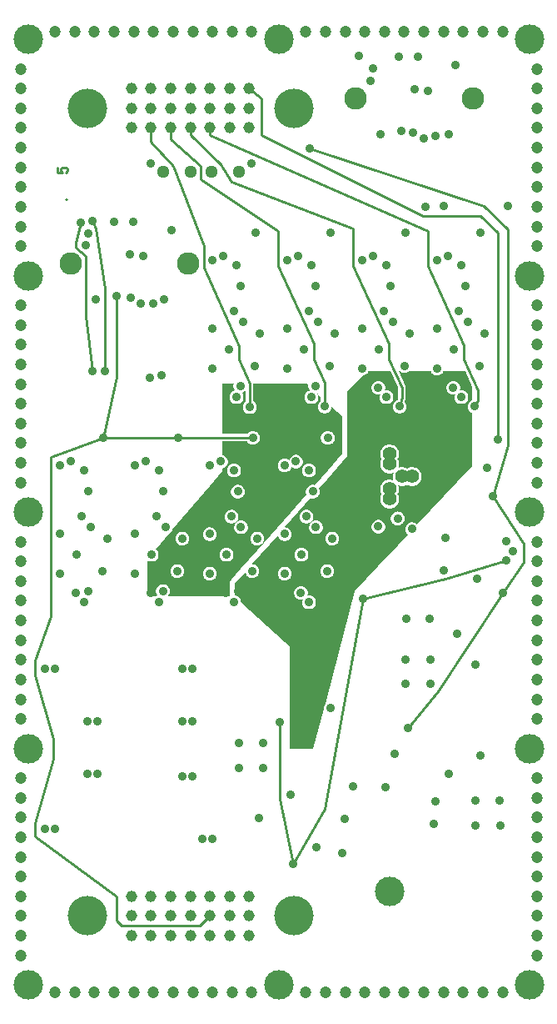
<source format=gbr>
G04 start of page 3 for group 1 idx 1 *
G04 Title: EPTPREAMPS, signal *
G04 Creator: pcb 1.99z *
G04 CreationDate: Fr 20 Jun 2014 11:29:12 GMT UTC *
G04 For: stephan *
G04 Format: Gerber/RS-274X *
G04 PCB-Dimensions (mil): 2952.76 4724.41 *
G04 PCB-Coordinate-Origin: lower left *
%MOIN*%
%FSLAX25Y25*%
%LNSIGNAL*%
%ADD58C,0.0700*%
%ADD57C,0.0236*%
%ADD56C,0.0256*%
%ADD55C,0.0252*%
%ADD54C,0.0240*%
%ADD53C,0.0866*%
%ADD52C,0.0157*%
%ADD51C,0.0512*%
%ADD50C,0.0550*%
%ADD49C,0.0354*%
%ADD48C,0.0553*%
%ADD47C,0.0900*%
%ADD46C,0.1181*%
%ADD45C,0.0472*%
%ADD44C,0.1575*%
%ADD43C,0.0453*%
%ADD42C,0.0098*%
%ADD41C,0.0100*%
%ADD40C,0.0098*%
%ADD39C,0.0001*%
G54D39*G36*
X219121Y292441D02*X222247D01*
X225000Y286309D01*
Y281010D01*
X224745Y280904D01*
X224375Y280677D01*
X224045Y280396D01*
X223764Y280066D01*
X223537Y279696D01*
X223371Y279295D01*
X223270Y278873D01*
X223236Y278441D01*
X223270Y278008D01*
X223371Y277587D01*
X223537Y277186D01*
X223764Y276816D01*
X224045Y276486D01*
X224375Y276204D01*
X224745Y275978D01*
X225000Y275872D01*
Y254441D01*
X219121Y248186D01*
Y279958D01*
X219125Y279954D01*
X219495Y279728D01*
X219896Y279562D01*
X220318Y279461D01*
X220750Y279427D01*
X221182Y279461D01*
X221604Y279562D01*
X222005Y279728D01*
X222375Y279954D01*
X222705Y280236D01*
X222986Y280566D01*
X223213Y280936D01*
X223379Y281337D01*
X223480Y281758D01*
X223506Y282191D01*
X223480Y282623D01*
X223379Y283045D01*
X223213Y283446D01*
X222986Y283816D01*
X222705Y284146D01*
X222375Y284427D01*
X222005Y284654D01*
X221604Y284820D01*
X221182Y284921D01*
X220750Y284955D01*
X220318Y284921D01*
X220032Y284853D01*
X220129Y285087D01*
X220230Y285508D01*
X220256Y285941D01*
X220230Y286373D01*
X220129Y286795D01*
X219963Y287196D01*
X219736Y287566D01*
X219455Y287896D01*
X219125Y288177D01*
X219121Y288180D01*
Y292441D01*
G37*
G36*
X195246Y275788D02*X195568Y275711D01*
X196000Y275677D01*
X196432Y275711D01*
X196854Y275812D01*
X197255Y275978D01*
X197625Y276204D01*
X197955Y276486D01*
X198236Y276816D01*
X198463Y277186D01*
X198629Y277587D01*
X198730Y278008D01*
X198756Y278441D01*
X198730Y278873D01*
X198629Y279295D01*
X198463Y279696D01*
X198236Y280066D01*
X198039Y280297D01*
X198416Y281711D01*
X198423Y281728D01*
X198478Y281957D01*
X198481Y281997D01*
X198489Y282036D01*
X198495Y282271D01*
X198492Y282290D01*
Y285857D01*
X198496Y285889D01*
X198486Y286124D01*
X198480Y286153D01*
X198478Y286175D01*
X198457Y286264D01*
X198439Y286354D01*
X198430Y286375D01*
X198423Y286403D01*
X198334Y286620D01*
X198316Y286648D01*
X195613Y292441D01*
X196397D01*
X196745Y292228D01*
X197146Y292062D01*
X197568Y291961D01*
X198000Y291927D01*
X198432Y291961D01*
X198854Y292062D01*
X199255Y292228D01*
X199603Y292441D01*
X208535D01*
X208537Y292436D01*
X208764Y292066D01*
X209045Y291736D01*
X209375Y291454D01*
X209745Y291228D01*
X210146Y291062D01*
X210568Y290961D01*
X211000Y290927D01*
X211432Y290961D01*
X211854Y291062D01*
X212255Y291228D01*
X212625Y291454D01*
X212955Y291736D01*
X213236Y292066D01*
X213463Y292436D01*
X213465Y292441D01*
X219121D01*
Y288180D01*
X218755Y288404D01*
X218354Y288570D01*
X217932Y288671D01*
X217500Y288705D01*
X217068Y288671D01*
X216646Y288570D01*
X216245Y288404D01*
X215875Y288177D01*
X215545Y287896D01*
X215264Y287566D01*
X215037Y287196D01*
X214871Y286795D01*
X214770Y286373D01*
X214736Y285941D01*
X214770Y285508D01*
X214871Y285087D01*
X215037Y284686D01*
X215264Y284316D01*
X215545Y283986D01*
X215875Y283704D01*
X216245Y283478D01*
X216646Y283312D01*
X217068Y283211D01*
X217500Y283177D01*
X217932Y283211D01*
X218218Y283279D01*
X218121Y283045D01*
X218020Y282623D01*
X217986Y282191D01*
X218020Y281758D01*
X218121Y281337D01*
X218287Y280936D01*
X218514Y280566D01*
X218795Y280236D01*
X219121Y279958D01*
Y248186D01*
X203137Y231182D01*
X202955Y231396D01*
X202625Y231677D01*
X202255Y231904D01*
X201854Y232070D01*
X201432Y232171D01*
X201000Y232205D01*
X200568Y232171D01*
X200146Y232070D01*
X199745Y231904D01*
X199375Y231677D01*
X199045Y231396D01*
X198764Y231066D01*
X198537Y230696D01*
X198371Y230295D01*
X198270Y229873D01*
X198236Y229441D01*
X198270Y229008D01*
X198371Y228587D01*
X198537Y228186D01*
X198764Y227816D01*
X199045Y227486D01*
X199375Y227204D01*
X199389Y227196D01*
X195246Y222787D01*
Y230927D01*
X195250Y230927D01*
X195682Y230961D01*
X196104Y231062D01*
X196505Y231228D01*
X196875Y231454D01*
X197205Y231736D01*
X197486Y232066D01*
X197713Y232436D01*
X197879Y232837D01*
X197980Y233258D01*
X198006Y233691D01*
X197980Y234123D01*
X197879Y234545D01*
X197713Y234946D01*
X197486Y235316D01*
X197205Y235646D01*
X196875Y235927D01*
X196505Y236154D01*
X196104Y236320D01*
X195682Y236421D01*
X195250Y236455D01*
X195246Y236455D01*
Y239561D01*
X195352Y239733D01*
X195577Y240279D01*
X195715Y240853D01*
X195750Y241441D01*
X195715Y242029D01*
X195577Y242603D01*
X195352Y243149D01*
X195246Y243321D01*
Y243564D01*
X195350Y243734D01*
X195576Y244279D01*
X195713Y244853D01*
X195748Y245441D01*
X195713Y246029D01*
X195576Y246603D01*
X195390Y247051D01*
X195838Y246865D01*
X196412Y246728D01*
X197000Y246681D01*
X197588Y246728D01*
X198162Y246865D01*
X198707Y247091D01*
X198998Y247270D01*
X199292Y247089D01*
X199838Y246863D01*
X200412Y246726D01*
X201000Y246679D01*
X201588Y246726D01*
X202162Y246863D01*
X202708Y247089D01*
X203211Y247398D01*
X203660Y247781D01*
X204043Y248230D01*
X204352Y248733D01*
X204577Y249279D01*
X204715Y249853D01*
X204750Y250441D01*
X204715Y251029D01*
X204577Y251603D01*
X204352Y252149D01*
X204043Y252652D01*
X203660Y253101D01*
X203211Y253484D01*
X202708Y253793D01*
X202162Y254018D01*
X201588Y254156D01*
X201000Y254203D01*
X200412Y254156D01*
X199838Y254018D01*
X199292Y253793D01*
X198998Y253612D01*
X198707Y253791D01*
X198162Y254017D01*
X197588Y254154D01*
X197000Y254201D01*
X196412Y254154D01*
X195838Y254017D01*
X195390Y253831D01*
X195576Y254279D01*
X195713Y254853D01*
X195748Y255441D01*
X195713Y256029D01*
X195576Y256603D01*
X195350Y257148D01*
X195246Y257318D01*
Y257561D01*
X195352Y257733D01*
X195577Y258279D01*
X195715Y258853D01*
X195750Y259441D01*
X195715Y260029D01*
X195577Y260603D01*
X195352Y261149D01*
X195246Y261321D01*
Y275788D01*
G37*
G36*
Y286172D02*X195508Y285610D01*
Y282386D01*
X195246Y281404D01*
Y286172D01*
G37*
G36*
Y257318D02*X195171Y257439D01*
X195246Y257561D01*
Y257318D01*
G37*
G36*
Y243321D02*X195171Y243443D01*
X195246Y243564D01*
Y243321D01*
G37*
G36*
X187496Y292441D02*X192320D01*
X195246Y286172D01*
Y281404D01*
X195158Y281073D01*
X195146Y281070D01*
X194745Y280904D01*
X194375Y280677D01*
X194045Y280396D01*
X193764Y280066D01*
X193537Y279696D01*
X193371Y279295D01*
X193270Y278873D01*
X193236Y278441D01*
X193270Y278008D01*
X193371Y277587D01*
X193537Y277186D01*
X193764Y276816D01*
X194045Y276486D01*
X194375Y276204D01*
X194745Y275978D01*
X195146Y275812D01*
X195246Y275788D01*
Y261321D01*
X195043Y261652D01*
X194660Y262101D01*
X194211Y262484D01*
X193708Y262793D01*
X193162Y263018D01*
X192588Y263156D01*
X192000Y263203D01*
X191412Y263156D01*
X190838Y263018D01*
X190292Y262793D01*
X189789Y262484D01*
X189340Y262101D01*
X188957Y261652D01*
X188648Y261149D01*
X188423Y260603D01*
X188285Y260029D01*
X188238Y259441D01*
X188285Y258853D01*
X188423Y258279D01*
X188648Y257733D01*
X188829Y257439D01*
X188650Y257148D01*
X188424Y256603D01*
X188287Y256029D01*
X188240Y255441D01*
X188287Y254853D01*
X188424Y254279D01*
X188650Y253734D01*
X188958Y253231D01*
X189342Y252783D01*
X189790Y252399D01*
X190293Y252091D01*
X190838Y251865D01*
X191412Y251728D01*
X192000Y251681D01*
X192588Y251728D01*
X193162Y251865D01*
X193610Y252051D01*
X193424Y251603D01*
X193287Y251029D01*
X193240Y250441D01*
X193287Y249853D01*
X193424Y249279D01*
X193610Y248831D01*
X193162Y249017D01*
X192588Y249154D01*
X192000Y249201D01*
X191412Y249154D01*
X190838Y249017D01*
X190293Y248791D01*
X189790Y248483D01*
X189342Y248099D01*
X188958Y247651D01*
X188650Y247148D01*
X188424Y246603D01*
X188287Y246029D01*
X188240Y245441D01*
X188287Y244853D01*
X188424Y244279D01*
X188650Y243734D01*
X188829Y243443D01*
X188648Y243149D01*
X188423Y242603D01*
X188285Y242029D01*
X188238Y241441D01*
X188285Y240853D01*
X188423Y240279D01*
X188648Y239733D01*
X188957Y239230D01*
X189340Y238781D01*
X189789Y238398D01*
X190292Y238089D01*
X190838Y237863D01*
X191412Y237726D01*
X192000Y237679D01*
X192588Y237726D01*
X193162Y237863D01*
X193708Y238089D01*
X194211Y238398D01*
X194660Y238781D01*
X195043Y239230D01*
X195246Y239561D01*
Y236455D01*
X194818Y236421D01*
X194396Y236320D01*
X193995Y236154D01*
X193625Y235927D01*
X193295Y235646D01*
X193014Y235316D01*
X192787Y234946D01*
X192621Y234545D01*
X192520Y234123D01*
X192486Y233691D01*
X192520Y233258D01*
X192621Y232837D01*
X192787Y232436D01*
X193014Y232066D01*
X193295Y231736D01*
X193625Y231454D01*
X193995Y231228D01*
X194396Y231062D01*
X194818Y230961D01*
X195246Y230927D01*
Y222787D01*
X187496Y214543D01*
Y227677D01*
X187500Y227677D01*
X187932Y227711D01*
X188354Y227812D01*
X188755Y227978D01*
X189125Y228204D01*
X189455Y228486D01*
X189736Y228816D01*
X189963Y229186D01*
X190129Y229587D01*
X190230Y230008D01*
X190256Y230441D01*
X190230Y230873D01*
X190129Y231295D01*
X189963Y231696D01*
X189736Y232066D01*
X189455Y232396D01*
X189125Y232677D01*
X188755Y232904D01*
X188354Y233070D01*
X187932Y233171D01*
X187500Y233205D01*
X187496Y233205D01*
Y283177D01*
X187500Y283177D01*
X187932Y283211D01*
X188218Y283279D01*
X188121Y283045D01*
X188020Y282623D01*
X187986Y282191D01*
X188020Y281758D01*
X188121Y281337D01*
X188287Y280936D01*
X188514Y280566D01*
X188795Y280236D01*
X189125Y279954D01*
X189495Y279728D01*
X189896Y279562D01*
X190318Y279461D01*
X190750Y279427D01*
X191182Y279461D01*
X191604Y279562D01*
X192005Y279728D01*
X192375Y279954D01*
X192705Y280236D01*
X192986Y280566D01*
X193213Y280936D01*
X193379Y281337D01*
X193480Y281758D01*
X193506Y282191D01*
X193480Y282623D01*
X193379Y283045D01*
X193213Y283446D01*
X192986Y283816D01*
X192705Y284146D01*
X192375Y284427D01*
X192005Y284654D01*
X191604Y284820D01*
X191182Y284921D01*
X190750Y284955D01*
X190318Y284921D01*
X190032Y284853D01*
X190129Y285087D01*
X190230Y285508D01*
X190256Y285941D01*
X190230Y286373D01*
X190129Y286795D01*
X189963Y287196D01*
X189736Y287566D01*
X189455Y287896D01*
X189125Y288177D01*
X188755Y288404D01*
X188354Y288570D01*
X187932Y288671D01*
X187500Y288705D01*
X187496Y288705D01*
Y292441D01*
G37*
G36*
X166996Y249369D02*X175000Y258441D01*
Y284441D01*
X181547Y290988D01*
X181854Y291062D01*
X182255Y291228D01*
X182625Y291454D01*
X182955Y291736D01*
X183236Y292066D01*
X183463Y292436D01*
X183465Y292441D01*
X187496D01*
Y288705D01*
X187068Y288671D01*
X186646Y288570D01*
X186245Y288404D01*
X185875Y288177D01*
X185545Y287896D01*
X185264Y287566D01*
X185037Y287196D01*
X184871Y286795D01*
X184770Y286373D01*
X184736Y285941D01*
X184770Y285508D01*
X184871Y285087D01*
X185037Y284686D01*
X185264Y284316D01*
X185545Y283986D01*
X185875Y283704D01*
X186245Y283478D01*
X186646Y283312D01*
X187068Y283211D01*
X187496Y283177D01*
Y233205D01*
X187068Y233171D01*
X186646Y233070D01*
X186245Y232904D01*
X185875Y232677D01*
X185545Y232396D01*
X185264Y232066D01*
X185037Y231696D01*
X184871Y231295D01*
X184770Y230873D01*
X184736Y230441D01*
X184770Y230008D01*
X184871Y229587D01*
X185037Y229186D01*
X185264Y228816D01*
X185545Y228486D01*
X185875Y228204D01*
X186245Y227978D01*
X186646Y227812D01*
X187068Y227711D01*
X187496Y227677D01*
Y214543D01*
X178000Y204441D01*
X166996Y162425D01*
Y209927D01*
X167000Y209927D01*
X167432Y209961D01*
X167854Y210062D01*
X168255Y210228D01*
X168625Y210454D01*
X168955Y210736D01*
X169236Y211066D01*
X169463Y211436D01*
X169629Y211837D01*
X169730Y212258D01*
X169756Y212691D01*
X169730Y213123D01*
X169629Y213545D01*
X169463Y213946D01*
X169236Y214316D01*
X168955Y214646D01*
X168625Y214927D01*
X168255Y215154D01*
X167854Y215320D01*
X167432Y215421D01*
X167000Y215455D01*
X166996Y215455D01*
Y223794D01*
X167045Y223736D01*
X167375Y223454D01*
X167745Y223228D01*
X168146Y223062D01*
X168568Y222961D01*
X169000Y222927D01*
X169432Y222961D01*
X169854Y223062D01*
X170255Y223228D01*
X170625Y223454D01*
X170955Y223736D01*
X171236Y224066D01*
X171463Y224436D01*
X171629Y224837D01*
X171730Y225258D01*
X171756Y225691D01*
X171730Y226123D01*
X171629Y226545D01*
X171463Y226946D01*
X171236Y227316D01*
X170955Y227646D01*
X170625Y227927D01*
X170255Y228154D01*
X169854Y228320D01*
X169432Y228421D01*
X169000Y228455D01*
X168568Y228421D01*
X168146Y228320D01*
X167745Y228154D01*
X167375Y227927D01*
X167045Y227646D01*
X166996Y227588D01*
Y249369D01*
G37*
G36*
X162496Y241974D02*X162505Y241978D01*
X162875Y242204D01*
X163205Y242486D01*
X163486Y242816D01*
X163713Y243186D01*
X163879Y243587D01*
X163980Y244008D01*
X164006Y244441D01*
X163980Y244873D01*
X163879Y245295D01*
X163726Y245664D01*
X166996Y249369D01*
Y227588D01*
X166764Y227316D01*
X166537Y226946D01*
X166371Y226545D01*
X166270Y226123D01*
X166236Y225691D01*
X166270Y225258D01*
X166371Y224837D01*
X166537Y224436D01*
X166764Y224066D01*
X166996Y223794D01*
Y215455D01*
X166568Y215421D01*
X166146Y215320D01*
X165745Y215154D01*
X165375Y214927D01*
X165045Y214646D01*
X164764Y214316D01*
X164537Y213946D01*
X164371Y213545D01*
X164270Y213123D01*
X164236Y212691D01*
X164270Y212258D01*
X164371Y211837D01*
X164537Y211436D01*
X164764Y211066D01*
X165045Y210736D01*
X165375Y210454D01*
X165745Y210228D01*
X166146Y210062D01*
X166568Y209961D01*
X166996Y209927D01*
Y162425D01*
X166235Y159519D01*
X166037Y159196D01*
X165871Y158795D01*
X165770Y158373D01*
X165736Y157941D01*
X165755Y157689D01*
X162496Y145243D01*
Y200019D01*
X162506Y200191D01*
X162496Y200363D01*
Y227427D01*
X162500Y227427D01*
X162932Y227461D01*
X163354Y227562D01*
X163755Y227728D01*
X164125Y227954D01*
X164455Y228236D01*
X164736Y228566D01*
X164963Y228936D01*
X165129Y229337D01*
X165230Y229758D01*
X165256Y230191D01*
X165230Y230623D01*
X165129Y231045D01*
X164963Y231446D01*
X164736Y231816D01*
X164455Y232146D01*
X164125Y232427D01*
X163755Y232654D01*
X163354Y232820D01*
X162932Y232921D01*
X162500Y232955D01*
X162496Y232955D01*
Y241974D01*
G37*
G36*
Y145243D02*X161500Y141441D01*
X158121D01*
Y197958D01*
X158125Y197954D01*
X158495Y197728D01*
X158896Y197562D01*
X159318Y197461D01*
X159750Y197427D01*
X160182Y197461D01*
X160604Y197562D01*
X161005Y197728D01*
X161375Y197954D01*
X161705Y198236D01*
X161986Y198566D01*
X162213Y198936D01*
X162379Y199337D01*
X162480Y199758D01*
X162496Y200019D01*
Y145243D01*
G37*
G36*
X158121Y239311D02*X160346Y241833D01*
X160396Y241812D01*
X160818Y241711D01*
X161250Y241677D01*
X161682Y241711D01*
X162104Y241812D01*
X162496Y241974D01*
Y232955D01*
X162068Y232921D01*
X161646Y232820D01*
X161245Y232654D01*
X160875Y232427D01*
X160545Y232146D01*
X160264Y231816D01*
X160037Y231446D01*
X159871Y231045D01*
X159770Y230623D01*
X159736Y230191D01*
X159770Y229758D01*
X159871Y229337D01*
X160037Y228936D01*
X160264Y228566D01*
X160545Y228236D01*
X160875Y227954D01*
X161245Y227728D01*
X161646Y227562D01*
X162068Y227461D01*
X162496Y227427D01*
Y200363D01*
X162480Y200623D01*
X162379Y201045D01*
X162213Y201446D01*
X161986Y201816D01*
X161705Y202146D01*
X161375Y202427D01*
X161005Y202654D01*
X160604Y202820D01*
X160182Y202921D01*
X159750Y202955D01*
X159318Y202921D01*
X159032Y202853D01*
X159129Y203087D01*
X159230Y203508D01*
X159256Y203941D01*
X159230Y204373D01*
X159129Y204795D01*
X158963Y205196D01*
X158736Y205566D01*
X158455Y205896D01*
X158125Y206177D01*
X158121Y206180D01*
Y216799D01*
X158375Y216954D01*
X158705Y217236D01*
X158986Y217566D01*
X159213Y217936D01*
X159379Y218337D01*
X159480Y218758D01*
X159506Y219191D01*
X159480Y219623D01*
X159379Y220045D01*
X159213Y220446D01*
X158986Y220816D01*
X158705Y221146D01*
X158375Y221427D01*
X158121Y221583D01*
Y231758D01*
X158318Y231711D01*
X158750Y231677D01*
X159182Y231711D01*
X159604Y231812D01*
X160005Y231978D01*
X160375Y232204D01*
X160705Y232486D01*
X160986Y232816D01*
X161213Y233186D01*
X161379Y233587D01*
X161480Y234008D01*
X161506Y234441D01*
X161480Y234873D01*
X161379Y235295D01*
X161213Y235696D01*
X160986Y236066D01*
X160705Y236396D01*
X160375Y236677D01*
X160005Y236904D01*
X159604Y237070D01*
X159182Y237171D01*
X158750Y237205D01*
X158318Y237171D01*
X158121Y237124D01*
Y239311D01*
G37*
G36*
X152000Y141441D02*Y182441D01*
X149996Y184263D01*
Y208927D01*
X150000Y208927D01*
X150432Y208961D01*
X150854Y209062D01*
X151255Y209228D01*
X151625Y209454D01*
X151955Y209736D01*
X152236Y210066D01*
X152463Y210436D01*
X152629Y210837D01*
X152730Y211258D01*
X152756Y211691D01*
X152730Y212123D01*
X152629Y212545D01*
X152463Y212946D01*
X152236Y213316D01*
X151955Y213646D01*
X151625Y213927D01*
X151255Y214154D01*
X150854Y214320D01*
X150432Y214421D01*
X150000Y214455D01*
X149996Y214455D01*
Y224677D01*
X150000Y224677D01*
X150432Y224711D01*
X150854Y224812D01*
X151255Y224978D01*
X151625Y225204D01*
X151955Y225486D01*
X152236Y225816D01*
X152463Y226186D01*
X152629Y226587D01*
X152730Y227008D01*
X152756Y227441D01*
X152730Y227873D01*
X152629Y228295D01*
X152463Y228696D01*
X152236Y229066D01*
X151955Y229396D01*
X151625Y229677D01*
X151255Y229904D01*
X150854Y230070D01*
X150432Y230171D01*
X150081Y230199D01*
X158121Y239311D01*
Y237124D01*
X157896Y237070D01*
X157495Y236904D01*
X157125Y236677D01*
X156795Y236396D01*
X156514Y236066D01*
X156287Y235696D01*
X156121Y235295D01*
X156020Y234873D01*
X155986Y234441D01*
X156020Y234008D01*
X156121Y233587D01*
X156287Y233186D01*
X156514Y232816D01*
X156795Y232486D01*
X157125Y232204D01*
X157495Y231978D01*
X157896Y231812D01*
X158121Y231758D01*
Y221583D01*
X158005Y221654D01*
X157604Y221820D01*
X157182Y221921D01*
X156750Y221955D01*
X156318Y221921D01*
X155896Y221820D01*
X155495Y221654D01*
X155125Y221427D01*
X154795Y221146D01*
X154514Y220816D01*
X154287Y220446D01*
X154121Y220045D01*
X154020Y219623D01*
X153986Y219191D01*
X154020Y218758D01*
X154121Y218337D01*
X154287Y217936D01*
X154514Y217566D01*
X154795Y217236D01*
X155125Y216954D01*
X155495Y216728D01*
X155896Y216562D01*
X156318Y216461D01*
X156750Y216427D01*
X157182Y216461D01*
X157604Y216562D01*
X158005Y216728D01*
X158121Y216799D01*
Y206180D01*
X157755Y206404D01*
X157354Y206570D01*
X156932Y206671D01*
X156500Y206705D01*
X156068Y206671D01*
X155646Y206570D01*
X155245Y206404D01*
X154875Y206177D01*
X154545Y205896D01*
X154264Y205566D01*
X154037Y205196D01*
X153871Y204795D01*
X153770Y204373D01*
X153736Y203941D01*
X153770Y203508D01*
X153871Y203087D01*
X154037Y202686D01*
X154264Y202316D01*
X154545Y201986D01*
X154875Y201704D01*
X155245Y201478D01*
X155646Y201312D01*
X156068Y201211D01*
X156500Y201177D01*
X156932Y201211D01*
X157218Y201279D01*
X157121Y201045D01*
X157020Y200623D01*
X156986Y200191D01*
X157020Y199758D01*
X157121Y199337D01*
X157287Y198936D01*
X157514Y198566D01*
X157795Y198236D01*
X158121Y197958D01*
Y141441D01*
X152000D01*
G37*
G36*
X149996Y184263D02*X132504Y200164D01*
X132506Y200191D01*
X132480Y200623D01*
X132379Y201045D01*
X132213Y201446D01*
X131986Y201816D01*
X131705Y202146D01*
X131375Y202427D01*
X131005Y202654D01*
X130604Y202820D01*
X130182Y202921D01*
X130000Y202936D01*
Y207441D01*
X134268Y212278D01*
X134270Y212258D01*
X134371Y211837D01*
X134537Y211436D01*
X134764Y211066D01*
X135045Y210736D01*
X135375Y210454D01*
X135745Y210228D01*
X136146Y210062D01*
X136568Y209961D01*
X137000Y209927D01*
X137432Y209961D01*
X137854Y210062D01*
X138255Y210228D01*
X138625Y210454D01*
X138955Y210736D01*
X139236Y211066D01*
X139463Y211436D01*
X139629Y211837D01*
X139730Y212258D01*
X139756Y212691D01*
X139730Y213123D01*
X139629Y213545D01*
X139463Y213946D01*
X139236Y214316D01*
X138955Y214646D01*
X138625Y214927D01*
X138255Y215154D01*
X137854Y215320D01*
X137432Y215421D01*
X137067Y215450D01*
X147269Y227013D01*
X147270Y227008D01*
X147371Y226587D01*
X147537Y226186D01*
X147764Y225816D01*
X148045Y225486D01*
X148375Y225204D01*
X148745Y224978D01*
X149146Y224812D01*
X149568Y224711D01*
X149996Y224677D01*
Y214455D01*
X149568Y214421D01*
X149146Y214320D01*
X148745Y214154D01*
X148375Y213927D01*
X148045Y213646D01*
X147764Y213316D01*
X147537Y212946D01*
X147371Y212545D01*
X147270Y212123D01*
X147236Y211691D01*
X147270Y211258D01*
X147371Y210837D01*
X147537Y210436D01*
X147764Y210066D01*
X148045Y209736D01*
X148375Y209454D01*
X148745Y209228D01*
X149146Y209062D01*
X149568Y208961D01*
X149996Y208927D01*
Y184263D01*
G37*
G36*
X167246Y275974D02*X167255Y275978D01*
X167625Y276204D01*
X167955Y276486D01*
X168236Y276816D01*
X168463Y277186D01*
X168629Y277587D01*
X168730Y278008D01*
X168753Y278385D01*
X173000Y274441D01*
Y259441D01*
X167246Y252919D01*
Y263177D01*
X167250Y263177D01*
X167682Y263211D01*
X168104Y263312D01*
X168505Y263478D01*
X168875Y263704D01*
X169205Y263986D01*
X169486Y264316D01*
X169713Y264686D01*
X169879Y265087D01*
X169980Y265508D01*
X170006Y265941D01*
X169980Y266373D01*
X169879Y266795D01*
X169713Y267196D01*
X169486Y267566D01*
X169205Y267896D01*
X168875Y268177D01*
X168505Y268404D01*
X168104Y268570D01*
X167682Y268671D01*
X167250Y268705D01*
X167246Y268705D01*
Y275974D01*
G37*
G36*
X159746Y279624D02*X159896Y279562D01*
X160318Y279461D01*
X160750Y279427D01*
X161182Y279461D01*
X161604Y279562D01*
X162005Y279728D01*
X162375Y279954D01*
X162705Y280236D01*
X162986Y280566D01*
X163213Y280936D01*
X163379Y281337D01*
X163480Y281758D01*
X163506Y282191D01*
X163480Y282623D01*
X163379Y283045D01*
X163213Y283446D01*
X163095Y283638D01*
X164508Y282326D01*
Y280759D01*
X164375Y280677D01*
X164045Y280396D01*
X163764Y280066D01*
X163537Y279696D01*
X163371Y279295D01*
X163270Y278873D01*
X163236Y278441D01*
X163270Y278008D01*
X163371Y277587D01*
X163537Y277186D01*
X163764Y276816D01*
X164045Y276486D01*
X164375Y276204D01*
X164745Y275978D01*
X165146Y275812D01*
X165568Y275711D01*
X166000Y275677D01*
X166432Y275711D01*
X166854Y275812D01*
X167246Y275974D01*
Y268705D01*
X166818Y268671D01*
X166396Y268570D01*
X165995Y268404D01*
X165625Y268177D01*
X165295Y267896D01*
X165014Y267566D01*
X164787Y267196D01*
X164621Y266795D01*
X164520Y266373D01*
X164486Y265941D01*
X164520Y265508D01*
X164621Y265087D01*
X164787Y264686D01*
X165014Y264316D01*
X165295Y263986D01*
X165625Y263704D01*
X165995Y263478D01*
X166396Y263312D01*
X166818Y263211D01*
X167246Y263177D01*
Y252919D01*
X162088Y247074D01*
X161682Y247171D01*
X161250Y247205D01*
X160818Y247171D01*
X160396Y247070D01*
X159995Y246904D01*
X159746Y246751D01*
Y250177D01*
X159750Y250177D01*
X160182Y250211D01*
X160604Y250312D01*
X161005Y250478D01*
X161375Y250704D01*
X161705Y250986D01*
X161986Y251316D01*
X162213Y251686D01*
X162379Y252087D01*
X162480Y252508D01*
X162506Y252941D01*
X162480Y253373D01*
X162379Y253795D01*
X162213Y254196D01*
X161986Y254566D01*
X161705Y254896D01*
X161375Y255177D01*
X161005Y255404D01*
X160604Y255570D01*
X160182Y255671D01*
X159750Y255705D01*
X159746Y255705D01*
Y279624D01*
G37*
G36*
Y285535D02*X159787Y285436D01*
X160014Y285066D01*
X160168Y284885D01*
X159896Y284820D01*
X159746Y284758D01*
Y285535D01*
G37*
G36*
X152246Y287441D02*X159000D01*
X159508Y286970D01*
X159486Y286691D01*
X159520Y286258D01*
X159621Y285837D01*
X159746Y285535D01*
Y284758D01*
X159495Y284654D01*
X159125Y284427D01*
X158795Y284146D01*
X158514Y283816D01*
X158287Y283446D01*
X158121Y283045D01*
X158020Y282623D01*
X157986Y282191D01*
X158020Y281758D01*
X158121Y281337D01*
X158287Y280936D01*
X158514Y280566D01*
X158795Y280236D01*
X159125Y279954D01*
X159495Y279728D01*
X159746Y279624D01*
Y255705D01*
X159318Y255671D01*
X158896Y255570D01*
X158495Y255404D01*
X158125Y255177D01*
X157795Y254896D01*
X157514Y254566D01*
X157287Y254196D01*
X157121Y253795D01*
X157020Y253373D01*
X156986Y252941D01*
X157020Y252508D01*
X157121Y252087D01*
X157287Y251686D01*
X157514Y251316D01*
X157795Y250986D01*
X158125Y250704D01*
X158495Y250478D01*
X158896Y250312D01*
X159318Y250211D01*
X159746Y250177D01*
Y246751D01*
X159625Y246677D01*
X159295Y246396D01*
X159014Y246066D01*
X158787Y245696D01*
X158621Y245295D01*
X158520Y244873D01*
X158486Y244441D01*
X158520Y244008D01*
X158621Y243587D01*
X158746Y243286D01*
X152246Y235919D01*
Y253331D01*
X152463Y253686D01*
X152629Y254087D01*
X152694Y254359D01*
X152875Y254204D01*
X153245Y253978D01*
X153646Y253812D01*
X154068Y253711D01*
X154500Y253677D01*
X154932Y253711D01*
X155354Y253812D01*
X155755Y253978D01*
X156125Y254204D01*
X156455Y254486D01*
X156736Y254816D01*
X156963Y255186D01*
X157129Y255587D01*
X157230Y256008D01*
X157256Y256441D01*
X157230Y256873D01*
X157129Y257295D01*
X156963Y257696D01*
X156736Y258066D01*
X156455Y258396D01*
X156125Y258677D01*
X155755Y258904D01*
X155354Y259070D01*
X154932Y259171D01*
X154500Y259205D01*
X154068Y259171D01*
X153646Y259070D01*
X153245Y258904D01*
X152875Y258677D01*
X152545Y258396D01*
X152264Y258066D01*
X152246Y258037D01*
Y287441D01*
G37*
G36*
X138996Y263808D02*X139205Y263986D01*
X139486Y264316D01*
X139713Y264686D01*
X139879Y265087D01*
X139980Y265508D01*
X140006Y265941D01*
X139980Y266373D01*
X139879Y266795D01*
X139713Y267196D01*
X139486Y267566D01*
X139205Y267896D01*
X138996Y268074D01*
Y287441D01*
X152246D01*
Y258037D01*
X152037Y257696D01*
X151871Y257295D01*
X151806Y257023D01*
X151625Y257177D01*
X151255Y257404D01*
X150854Y257570D01*
X150432Y257671D01*
X150000Y257705D01*
X149568Y257671D01*
X149146Y257570D01*
X148745Y257404D01*
X148375Y257177D01*
X148045Y256896D01*
X147764Y256566D01*
X147537Y256196D01*
X147371Y255795D01*
X147270Y255373D01*
X147236Y254941D01*
X147270Y254508D01*
X147371Y254087D01*
X147537Y253686D01*
X147764Y253316D01*
X148045Y252986D01*
X148375Y252704D01*
X148745Y252478D01*
X149146Y252312D01*
X149568Y252211D01*
X150000Y252177D01*
X150432Y252211D01*
X150854Y252312D01*
X151255Y252478D01*
X151625Y252704D01*
X151955Y252986D01*
X152236Y253316D01*
X152246Y253331D01*
Y235919D01*
X138996Y220903D01*
Y222927D01*
X139000Y222927D01*
X139432Y222961D01*
X139854Y223062D01*
X140255Y223228D01*
X140625Y223454D01*
X140955Y223736D01*
X141236Y224066D01*
X141463Y224436D01*
X141629Y224837D01*
X141730Y225258D01*
X141756Y225691D01*
X141730Y226123D01*
X141629Y226545D01*
X141463Y226946D01*
X141236Y227316D01*
X140955Y227646D01*
X140625Y227927D01*
X140255Y228154D01*
X139854Y228320D01*
X139432Y228421D01*
X139000Y228455D01*
X138996Y228455D01*
Y263808D01*
G37*
G36*
Y268074D02*X138875Y268177D01*
X138505Y268404D01*
X138104Y268570D01*
X137682Y268671D01*
X137250Y268705D01*
X136818Y268671D01*
X136396Y268570D01*
X135995Y268404D01*
X135625Y268177D01*
X135295Y267896D01*
X135014Y267566D01*
X134932Y267433D01*
X132496D01*
Y280058D01*
X132705Y280236D01*
X132986Y280566D01*
X133213Y280936D01*
X133379Y281337D01*
X133480Y281758D01*
X133506Y282191D01*
X133480Y282623D01*
X133379Y283045D01*
X133213Y283446D01*
X132986Y283816D01*
X132832Y283997D01*
X133104Y284062D01*
X133505Y284228D01*
X133875Y284454D01*
X134205Y284736D01*
X134486Y285066D01*
X134508Y285101D01*
Y280509D01*
X134375Y280427D01*
X134045Y280146D01*
X133764Y279816D01*
X133537Y279446D01*
X133371Y279045D01*
X133270Y278623D01*
X133236Y278191D01*
X133270Y277758D01*
X133371Y277337D01*
X133537Y276936D01*
X133764Y276566D01*
X134045Y276236D01*
X134375Y275954D01*
X134745Y275728D01*
X135146Y275562D01*
X135568Y275461D01*
X136000Y275427D01*
X136432Y275461D01*
X136854Y275562D01*
X137255Y275728D01*
X137625Y275954D01*
X137955Y276236D01*
X138236Y276566D01*
X138463Y276936D01*
X138629Y277337D01*
X138730Y277758D01*
X138756Y278191D01*
X138730Y278623D01*
X138629Y279045D01*
X138463Y279446D01*
X138236Y279816D01*
X137955Y280146D01*
X137625Y280427D01*
X137492Y280509D01*
Y287441D01*
X138996D01*
Y268074D01*
G37*
G36*
X132496Y264449D02*X134932D01*
X135014Y264316D01*
X135295Y263986D01*
X135625Y263704D01*
X135995Y263478D01*
X136396Y263312D01*
X136818Y263211D01*
X137250Y263177D01*
X137682Y263211D01*
X138104Y263312D01*
X138505Y263478D01*
X138875Y263704D01*
X138996Y263808D01*
Y228455D01*
X138568Y228421D01*
X138146Y228320D01*
X137745Y228154D01*
X137375Y227927D01*
X137045Y227646D01*
X136764Y227316D01*
X136537Y226946D01*
X136371Y226545D01*
X136270Y226123D01*
X136236Y225691D01*
X136270Y225258D01*
X136371Y224837D01*
X136537Y224436D01*
X136764Y224066D01*
X137045Y223736D01*
X137375Y223454D01*
X137745Y223228D01*
X138146Y223062D01*
X138568Y222961D01*
X138996Y222927D01*
Y220903D01*
X132496Y213536D01*
Y227427D01*
X132500Y227427D01*
X132932Y227461D01*
X133354Y227562D01*
X133755Y227728D01*
X134125Y227954D01*
X134455Y228236D01*
X134736Y228566D01*
X134963Y228936D01*
X135129Y229337D01*
X135230Y229758D01*
X135256Y230191D01*
X135230Y230623D01*
X135129Y231045D01*
X134963Y231446D01*
X134736Y231816D01*
X134455Y232146D01*
X134125Y232427D01*
X133755Y232654D01*
X133354Y232820D01*
X132932Y232921D01*
X132500Y232955D01*
X132496Y232955D01*
Y241974D01*
X132505Y241978D01*
X132875Y242204D01*
X133205Y242486D01*
X133486Y242816D01*
X133713Y243186D01*
X133879Y243587D01*
X133980Y244008D01*
X134006Y244441D01*
X133980Y244873D01*
X133879Y245295D01*
X133713Y245696D01*
X133486Y246066D01*
X133205Y246396D01*
X132875Y246677D01*
X132505Y246904D01*
X132496Y246908D01*
Y252769D01*
X132506Y252941D01*
X132496Y253113D01*
Y264449D01*
G37*
G36*
Y267433D02*X125000D01*
Y287441D01*
X129596D01*
X129520Y287123D01*
X129486Y286691D01*
X129520Y286258D01*
X129621Y285837D01*
X129787Y285436D01*
X130014Y285066D01*
X130168Y284885D01*
X129896Y284820D01*
X129495Y284654D01*
X129125Y284427D01*
X128795Y284146D01*
X128514Y283816D01*
X128287Y283446D01*
X128121Y283045D01*
X128020Y282623D01*
X127986Y282191D01*
X128020Y281758D01*
X128121Y281337D01*
X128287Y280936D01*
X128514Y280566D01*
X128795Y280236D01*
X129125Y279954D01*
X129495Y279728D01*
X129896Y279562D01*
X130318Y279461D01*
X130750Y279427D01*
X131182Y279461D01*
X131604Y279562D01*
X132005Y279728D01*
X132375Y279954D01*
X132496Y280058D01*
Y267433D01*
G37*
G36*
X128746Y243285D02*X128787Y243186D01*
X129014Y242816D01*
X129295Y242486D01*
X129625Y242204D01*
X129995Y241978D01*
X130396Y241812D01*
X130818Y241711D01*
X131250Y241677D01*
X131682Y241711D01*
X132104Y241812D01*
X132496Y241974D01*
Y232955D01*
X132068Y232921D01*
X131646Y232820D01*
X131245Y232654D01*
X130875Y232427D01*
X130545Y232146D01*
X130264Y231816D01*
X130037Y231446D01*
X129871Y231045D01*
X129770Y230623D01*
X129736Y230191D01*
X129770Y229758D01*
X129871Y229337D01*
X130037Y228936D01*
X130264Y228566D01*
X130545Y228236D01*
X130875Y227954D01*
X131245Y227728D01*
X131646Y227562D01*
X132068Y227461D01*
X132496Y227427D01*
Y213536D01*
X128746Y209286D01*
Y217284D01*
X128986Y217566D01*
X129213Y217936D01*
X129379Y218337D01*
X129480Y218758D01*
X129506Y219191D01*
X129480Y219623D01*
X129379Y220045D01*
X129213Y220446D01*
X128986Y220816D01*
X128746Y221098D01*
Y231677D01*
X128750Y231677D01*
X129182Y231711D01*
X129604Y231812D01*
X130005Y231978D01*
X130375Y232204D01*
X130705Y232486D01*
X130986Y232816D01*
X131213Y233186D01*
X131379Y233587D01*
X131480Y234008D01*
X131506Y234441D01*
X131480Y234873D01*
X131379Y235295D01*
X131213Y235696D01*
X130986Y236066D01*
X130705Y236396D01*
X130375Y236677D01*
X130005Y236904D01*
X129604Y237070D01*
X129182Y237171D01*
X128750Y237205D01*
X128746Y237205D01*
Y243285D01*
G37*
G36*
Y250374D02*X128896Y250312D01*
X129318Y250211D01*
X129750Y250177D01*
X130182Y250211D01*
X130604Y250312D01*
X131005Y250478D01*
X131375Y250704D01*
X131705Y250986D01*
X131986Y251316D01*
X132213Y251686D01*
X132379Y252087D01*
X132480Y252508D01*
X132496Y252769D01*
Y246908D01*
X132104Y247070D01*
X131682Y247171D01*
X131250Y247205D01*
X130818Y247171D01*
X130396Y247070D01*
X129995Y246904D01*
X129625Y246677D01*
X129295Y246396D01*
X129014Y246066D01*
X128787Y245696D01*
X128746Y245597D01*
Y250374D01*
G37*
G36*
Y264449D02*X132496D01*
Y253113D01*
X132480Y253373D01*
X132379Y253795D01*
X132213Y254196D01*
X131986Y254566D01*
X131705Y254896D01*
X131375Y255177D01*
X131005Y255404D01*
X130604Y255570D01*
X130182Y255671D01*
X129750Y255705D01*
X129318Y255671D01*
X128896Y255570D01*
X128746Y255508D01*
Y264449D01*
G37*
G36*
X119996Y246603D02*X125000Y252441D01*
Y253727D01*
X125354Y253812D01*
X125755Y253978D01*
X126125Y254204D01*
X126455Y254486D01*
X126736Y254816D01*
X126963Y255186D01*
X127129Y255587D01*
X127230Y256008D01*
X127256Y256441D01*
X127230Y256873D01*
X127129Y257295D01*
X126963Y257696D01*
X126736Y258066D01*
X126455Y258396D01*
X126125Y258677D01*
X125755Y258904D01*
X125354Y259070D01*
X125000Y259155D01*
Y264449D01*
X128746D01*
Y255508D01*
X128495Y255404D01*
X128125Y255177D01*
X127795Y254896D01*
X127514Y254566D01*
X127287Y254196D01*
X127121Y253795D01*
X127020Y253373D01*
X126986Y252941D01*
X127020Y252508D01*
X127121Y252087D01*
X127287Y251686D01*
X127514Y251316D01*
X127795Y250986D01*
X128125Y250704D01*
X128495Y250478D01*
X128746Y250374D01*
Y245597D01*
X128621Y245295D01*
X128520Y244873D01*
X128486Y244441D01*
X128520Y244008D01*
X128621Y243587D01*
X128746Y243285D01*
Y237205D01*
X128318Y237171D01*
X127896Y237070D01*
X127495Y236904D01*
X127125Y236677D01*
X126795Y236396D01*
X126514Y236066D01*
X126287Y235696D01*
X126121Y235295D01*
X126020Y234873D01*
X125986Y234441D01*
X126020Y234008D01*
X126121Y233587D01*
X126287Y233186D01*
X126514Y232816D01*
X126795Y232486D01*
X127125Y232204D01*
X127495Y231978D01*
X127896Y231812D01*
X128318Y231711D01*
X128746Y231677D01*
Y221098D01*
X128705Y221146D01*
X128375Y221427D01*
X128005Y221654D01*
X127604Y221820D01*
X127182Y221921D01*
X126750Y221955D01*
X126318Y221921D01*
X125896Y221820D01*
X125495Y221654D01*
X125125Y221427D01*
X124795Y221146D01*
X124514Y220816D01*
X124287Y220446D01*
X124121Y220045D01*
X124020Y219623D01*
X123986Y219191D01*
X124020Y218758D01*
X124121Y218337D01*
X124287Y217936D01*
X124514Y217566D01*
X124795Y217236D01*
X125125Y216954D01*
X125495Y216728D01*
X125896Y216562D01*
X126318Y216461D01*
X126750Y216427D01*
X127182Y216461D01*
X127604Y216562D01*
X128005Y216728D01*
X128375Y216954D01*
X128705Y217236D01*
X128746Y217284D01*
Y209286D01*
X128000Y208441D01*
Y202441D01*
X119996D01*
Y208927D01*
X120000Y208927D01*
X120432Y208961D01*
X120854Y209062D01*
X121255Y209228D01*
X121625Y209454D01*
X121955Y209736D01*
X122236Y210066D01*
X122463Y210436D01*
X122629Y210837D01*
X122730Y211258D01*
X122756Y211691D01*
X122730Y212123D01*
X122629Y212545D01*
X122463Y212946D01*
X122236Y213316D01*
X121955Y213646D01*
X121625Y213927D01*
X121255Y214154D01*
X120854Y214320D01*
X120432Y214421D01*
X120000Y214455D01*
X119996Y214455D01*
Y224677D01*
X120000Y224677D01*
X120432Y224711D01*
X120854Y224812D01*
X121255Y224978D01*
X121625Y225204D01*
X121955Y225486D01*
X122236Y225816D01*
X122463Y226186D01*
X122629Y226587D01*
X122730Y227008D01*
X122756Y227441D01*
X122730Y227873D01*
X122629Y228295D01*
X122463Y228696D01*
X122236Y229066D01*
X121955Y229396D01*
X121625Y229677D01*
X121255Y229904D01*
X120854Y230070D01*
X120432Y230171D01*
X120000Y230205D01*
X119996Y230205D01*
Y246603D01*
G37*
G36*
X106996Y231436D02*X119996Y246603D01*
Y230205D01*
X119568Y230171D01*
X119146Y230070D01*
X118745Y229904D01*
X118375Y229677D01*
X118045Y229396D01*
X117764Y229066D01*
X117537Y228696D01*
X117371Y228295D01*
X117270Y227873D01*
X117236Y227441D01*
X117270Y227008D01*
X117371Y226587D01*
X117537Y226186D01*
X117764Y225816D01*
X118045Y225486D01*
X118375Y225204D01*
X118745Y224978D01*
X119146Y224812D01*
X119568Y224711D01*
X119996Y224677D01*
Y214455D01*
X119568Y214421D01*
X119146Y214320D01*
X118745Y214154D01*
X118375Y213927D01*
X118045Y213646D01*
X117764Y213316D01*
X117537Y212946D01*
X117371Y212545D01*
X117270Y212123D01*
X117236Y211691D01*
X117270Y211258D01*
X117371Y210837D01*
X117537Y210436D01*
X117764Y210066D01*
X118045Y209736D01*
X118375Y209454D01*
X118745Y209228D01*
X119146Y209062D01*
X119568Y208961D01*
X119996Y208927D01*
Y202441D01*
X106996D01*
Y209927D01*
X107000Y209927D01*
X107432Y209961D01*
X107854Y210062D01*
X108255Y210228D01*
X108625Y210454D01*
X108955Y210736D01*
X109236Y211066D01*
X109463Y211436D01*
X109629Y211837D01*
X109730Y212258D01*
X109756Y212691D01*
X109730Y213123D01*
X109629Y213545D01*
X109463Y213946D01*
X109236Y214316D01*
X108955Y214646D01*
X108625Y214927D01*
X108255Y215154D01*
X107854Y215320D01*
X107432Y215421D01*
X107000Y215455D01*
X106996Y215455D01*
Y223794D01*
X107045Y223736D01*
X107375Y223454D01*
X107745Y223228D01*
X108146Y223062D01*
X108568Y222961D01*
X109000Y222927D01*
X109432Y222961D01*
X109854Y223062D01*
X110255Y223228D01*
X110625Y223454D01*
X110955Y223736D01*
X111236Y224066D01*
X111463Y224436D01*
X111629Y224837D01*
X111730Y225258D01*
X111756Y225691D01*
X111730Y226123D01*
X111629Y226545D01*
X111463Y226946D01*
X111236Y227316D01*
X110955Y227646D01*
X110625Y227927D01*
X110255Y228154D01*
X109854Y228320D01*
X109432Y228421D01*
X109000Y228455D01*
X108568Y228421D01*
X108146Y228320D01*
X107745Y228154D01*
X107375Y227927D01*
X107045Y227646D01*
X106996Y227588D01*
Y231436D01*
G37*
G36*
X95000Y202441D02*Y217061D01*
X95125Y216954D01*
X95495Y216728D01*
X95896Y216562D01*
X96318Y216461D01*
X96750Y216427D01*
X97182Y216461D01*
X97604Y216562D01*
X98005Y216728D01*
X98375Y216954D01*
X98705Y217236D01*
X98986Y217566D01*
X99213Y217936D01*
X99379Y218337D01*
X99480Y218758D01*
X99506Y219191D01*
X99480Y219623D01*
X99379Y220045D01*
X99213Y220446D01*
X98986Y220816D01*
X98705Y221146D01*
X98399Y221407D01*
X103886Y227808D01*
X104125Y227954D01*
X104455Y228236D01*
X104736Y228566D01*
X104963Y228936D01*
X105066Y229185D01*
X106996Y231436D01*
Y227588D01*
X106764Y227316D01*
X106537Y226946D01*
X106371Y226545D01*
X106270Y226123D01*
X106236Y225691D01*
X106270Y225258D01*
X106371Y224837D01*
X106537Y224436D01*
X106764Y224066D01*
X106996Y223794D01*
Y215455D01*
X106568Y215421D01*
X106146Y215320D01*
X105745Y215154D01*
X105375Y214927D01*
X105045Y214646D01*
X104764Y214316D01*
X104537Y213946D01*
X104371Y213545D01*
X104270Y213123D01*
X104236Y212691D01*
X104270Y212258D01*
X104371Y211837D01*
X104537Y211436D01*
X104764Y211066D01*
X105045Y210736D01*
X105375Y210454D01*
X105745Y210228D01*
X106146Y210062D01*
X106568Y209961D01*
X106996Y209927D01*
Y202441D01*
X102853D01*
X102875Y202454D01*
X103205Y202736D01*
X103486Y203066D01*
X103713Y203436D01*
X103879Y203837D01*
X103980Y204258D01*
X104006Y204691D01*
X103980Y205123D01*
X103879Y205545D01*
X103713Y205946D01*
X103486Y206316D01*
X103205Y206646D01*
X102875Y206927D01*
X102505Y207154D01*
X102104Y207320D01*
X101682Y207421D01*
X101250Y207455D01*
X100818Y207421D01*
X100396Y207320D01*
X99995Y207154D01*
X99625Y206927D01*
X99295Y206646D01*
X99014Y206316D01*
X98787Y205946D01*
X98621Y205545D01*
X98520Y205123D01*
X98486Y204691D01*
X98520Y204258D01*
X98621Y203837D01*
X98787Y203436D01*
X99014Y203066D01*
X99168Y202885D01*
X98896Y202820D01*
X98495Y202654D01*
X98147Y202441D01*
X95000D01*
G37*
G54D40*X148000Y124441D02*Y121441D01*
X153250Y95441D01*
X148000Y124441D02*Y152191D01*
X233250Y242691D02*X245750Y223441D01*
X233250Y242691D02*X239250Y262941D01*
X245750Y223441D02*Y216191D01*
X237250Y203941D01*
X214500Y209441D02*X181250Y201691D01*
X238750Y216941D02*X214500Y209441D01*
X199500Y149941D02*X211500Y164691D01*
X181250Y201691D02*X166000Y117691D01*
X211500Y164691D02*X237250Y203941D01*
X166000Y117691D02*X153250Y95441D01*
X166000Y278441D02*Y287941D01*
X196000Y278441D02*X197000Y282191D01*
Y285941D01*
X191750Y297191D01*
Y303441D01*
X166000Y287941D02*X161750Y297191D01*
X136000Y287691D02*X131750Y297191D01*
X161750D02*Y303441D01*
X226000Y278441D02*X227250Y280941D01*
Y284941D02*X221750Y297191D01*
Y302941D01*
X227250Y280941D02*Y284941D01*
X229750Y358441D02*X160000Y381691D01*
X221750Y302941D02*X207250Y334691D01*
Y348441D01*
X228500Y354441D02*X235250Y347941D01*
X205250Y354441D02*X228500D01*
X239250Y262941D02*Y349191D01*
X235250Y347941D02*Y265191D01*
X239250Y349191D02*X229750Y358441D01*
X191750Y303441D02*X177250Y334691D01*
Y349691D01*
X161750Y303441D02*X147250Y334691D01*
Y348441D01*
X177250Y349691D02*X128750Y368191D01*
X140748Y386811D02*X205250Y354441D01*
X120079Y386862D02*X207250Y348441D01*
X116500Y369191D02*X147250Y348441D01*
G54D41*X62746Y361132D02*X62346D01*
G54D40*X68500Y351941D02*X66500Y343941D01*
Y341941D02*X70500Y338441D01*
X74500Y349691D02*X73000Y352691D01*
X66500Y343941D02*Y341941D01*
X120079Y389764D02*Y386862D01*
X135827Y405512D02*X140748Y401575D01*
Y386811D01*
X128750Y368191D02*X124500Y375191D01*
X96457Y384234D02*Y389764D01*
X105250Y374441D02*X96457Y384234D01*
X104331Y389764D02*Y385110D01*
X112205Y386986D02*Y389764D01*
X124500Y375191D02*X112205Y386986D01*
X104331Y385110D02*X116500Y374441D01*
X117750Y342441D02*X105250Y374441D01*
X116500D02*Y369191D01*
X120079Y74803D02*X116142Y70866D01*
X84646D01*
X82677Y72835D01*
Y82677D01*
X50000Y106691D01*
Y111941D01*
X57500Y137691D01*
Y145441D01*
X50000Y170941D01*
Y176941D01*
X56250Y194441D01*
Y258191D01*
X77250Y265941D01*
X136000Y278191D02*Y287691D01*
X131750Y297191D02*Y302441D01*
X137250Y265941D02*X77250D01*
X70500Y338441D02*Y314691D01*
X73000Y292691D01*
X78000Y325441D02*X74500Y349691D01*
X131750Y302441D02*X117750Y333941D01*
Y342441D01*
X77250Y265941D02*X82750Y290191D01*
Y322441D01*
X78000Y292691D02*Y325441D01*
G54D42*X58874Y374047D02*Y372047D01*
X60874D01*
X60374Y372547D01*
Y373547D02*Y372547D01*
Y373547D02*X60874Y374047D01*
X62374D01*
X62874Y373547D02*X62374Y374047D01*
X62874Y373547D02*Y372547D01*
X62374Y372047D02*X62874Y372547D01*
G54D43*X112205Y82677D03*
X120079D03*
X127953D03*
X135827D03*
X88583D03*
X96457D03*
X104331D03*
X135827Y66929D03*
Y74803D03*
X127953Y66929D03*
G54D44*X153543Y74803D03*
G54D43*X88583D03*
X96457Y66929D03*
X104331D03*
X112205D03*
X120079D03*
X88583D03*
X96457Y74803D03*
X104331D03*
X112205D03*
X120079D03*
X127953D03*
G54D44*X70866D03*
G54D45*X58071Y44292D03*
X65945D03*
X73819D03*
X81693D03*
X89567D03*
X97441D03*
X105315D03*
G54D46*X47244Y47245D03*
G54D45*X113189Y44292D03*
X121063D03*
X128937D03*
X136811D03*
G54D46*X147638Y47245D03*
G54D45*X44291Y59056D03*
Y66930D03*
Y74804D03*
Y82678D03*
Y90552D03*
Y98426D03*
Y106300D03*
Y114174D03*
Y122048D03*
G54D44*X153543Y397638D03*
G54D45*X158464Y428150D03*
X166339D03*
G54D46*X147638Y425198D03*
G54D43*X112205Y389764D03*
Y397638D03*
G54D47*X111500Y335441D03*
G54D43*X104331Y389764D03*
Y397638D03*
Y405512D03*
G54D45*X105315Y428150D03*
G54D43*X96457Y389764D03*
Y397638D03*
Y405512D03*
G54D45*X97441Y428150D03*
G54D43*X88583Y389764D03*
Y397638D03*
G54D44*X70866D03*
G54D43*X88583Y405512D03*
G54D45*X58071Y428150D03*
X65945D03*
X73819D03*
X81693D03*
X89567D03*
G54D43*X112205Y405512D03*
G54D45*X113189Y428150D03*
X121063D03*
X128937D03*
X136811D03*
G54D43*X135827Y389764D03*
X127953D03*
X135827Y397638D03*
X120079Y389764D03*
X127953Y397638D03*
X120079D03*
X127953Y405512D03*
X120079D03*
X135827D03*
G54D47*X178500Y401441D03*
G54D45*X250984Y389765D03*
Y397639D03*
G54D47*X225500Y401441D03*
G54D45*X250984Y405513D03*
Y413387D03*
X174213Y428150D03*
X182087D03*
X189961D03*
X197835D03*
X205709D03*
X213583D03*
X221457D03*
X229331D03*
X237205D03*
G54D46*X248031Y425198D03*
G54D45*X158464Y44292D03*
X166339D03*
X174213D03*
X182087D03*
X189961D03*
X197835D03*
X205709D03*
X213583D03*
X221457D03*
X229331D03*
X237205D03*
X250984Y59056D03*
Y66930D03*
Y74804D03*
Y82678D03*
Y90552D03*
Y98426D03*
G54D46*X248031Y47245D03*
G54D45*X250984Y106300D03*
Y114174D03*
Y122048D03*
Y129922D03*
Y153544D03*
Y161418D03*
Y169292D03*
Y177166D03*
G54D46*X248031Y141733D03*
G54D45*X250984Y185040D03*
Y192914D03*
Y200788D03*
Y208662D03*
Y216536D03*
Y224410D03*
Y248032D03*
G54D46*X248031Y236221D03*
G54D48*X192000Y245441D03*
Y255441D03*
X197000Y250441D03*
G54D45*X250984Y255906D03*
Y263780D03*
Y271654D03*
Y279528D03*
Y287402D03*
Y295276D03*
Y303150D03*
Y311024D03*
Y318898D03*
G54D46*X248031Y330709D03*
G54D45*X250984Y342520D03*
Y350394D03*
Y358269D03*
Y366143D03*
Y374017D03*
Y381891D03*
X44291Y129922D03*
Y153544D03*
Y161418D03*
Y169292D03*
Y177166D03*
Y185040D03*
Y192914D03*
Y200788D03*
G54D46*X47244Y141733D03*
G54D45*X44291Y208662D03*
Y216536D03*
Y224410D03*
Y248032D03*
G54D46*X47244Y236221D03*
Y330709D03*
G54D47*X64500Y335441D03*
G54D46*X47244Y425198D03*
G54D45*X44291Y255906D03*
Y263780D03*
Y271654D03*
Y279528D03*
Y287402D03*
Y295276D03*
Y303150D03*
Y311024D03*
Y318898D03*
Y342520D03*
Y350394D03*
Y358269D03*
Y366143D03*
Y374017D03*
Y381891D03*
Y389765D03*
Y397639D03*
Y405513D03*
Y413387D03*
G54D49*X228250Y138941D03*
X215750Y131691D03*
X209750Y111691D03*
X210500Y120441D03*
X226250Y110941D03*
X236000Y120941D03*
X226500D03*
X236250Y110941D03*
X190500Y126191D03*
G54D46*X192000Y84441D03*
G54D49*X177500Y126691D03*
X181250Y201691D03*
X199500Y149941D03*
X198250Y177191D03*
Y167441D03*
X198750Y193691D03*
X208250Y167441D03*
X219000Y187691D03*
X208000Y193441D03*
X226500Y175191D03*
X208250Y177191D03*
X157500Y285941D03*
X157750Y301191D03*
X166000Y278441D03*
X154500Y256441D03*
X150000Y254941D03*
X167250Y265941D03*
X194000Y139441D03*
X195250Y233691D03*
X187500Y230441D03*
G54D50*X192000Y241441D03*
G54D49*X241500Y220691D03*
X237250Y203941D03*
X238750Y224441D03*
Y216941D03*
X214250Y225941D03*
X227000Y209441D03*
X213750Y212941D03*
X201000Y229441D03*
G54D50*Y250441D03*
G54D49*X226000Y278441D03*
X231000Y253941D03*
X233250Y242691D03*
X235250Y265191D03*
X196000Y278441D03*
G54D50*X192000Y259441D03*
G54D49*X139750Y113941D03*
X153250Y95441D03*
X148000Y152191D03*
X152250Y123191D03*
X141500Y133941D03*
Y143941D03*
X174000Y113441D03*
X157750Y147691D03*
X168500Y157941D03*
X162750Y102191D03*
X173000Y99941D03*
X157750Y143691D03*
X132500Y230191D03*
X139000Y225691D03*
X150000Y227441D03*
X137000Y212691D03*
X137250Y265941D03*
X167000Y212691D03*
X150000Y211691D03*
X156500Y203941D03*
X161250Y204691D03*
X159750Y200191D03*
X156750Y219191D03*
X169000Y225691D03*
X162500Y230191D03*
X159750Y252941D03*
X161250Y244441D03*
X158750Y234441D03*
X136000Y278191D03*
X131750Y143941D03*
X121000Y105441D03*
X117000D03*
X113000Y130441D03*
X109000D03*
X113000Y173441D03*
X109000D03*
X113000Y152441D03*
X109000D03*
X131750Y133941D03*
X228250Y347941D03*
X222250Y326441D03*
X215500Y338441D03*
X220750Y334941D03*
X211000Y336941D03*
X198250Y347941D03*
X192250Y326441D03*
X185500Y338441D03*
X190750Y334941D03*
X239250Y358691D03*
X206250Y358191D03*
X213750Y358441D03*
X211000Y309441D03*
X219750Y316441D03*
X223500Y312191D03*
X181000Y309441D03*
X189750Y316441D03*
X193500Y312191D03*
X220750Y282191D03*
X222250Y286691D03*
X217500Y285941D03*
X230000Y307691D03*
X228000Y294691D03*
X217750Y301191D03*
X187750D03*
X200000Y307691D03*
X211000Y293691D03*
X181000D03*
X198000Y294691D03*
X168000Y294441D03*
X190750Y282191D03*
X192250Y286691D03*
X187500Y285941D03*
X170000Y307691D03*
X73000Y292691D03*
X78000D03*
X96000Y289941D03*
X100750Y290941D03*
X181000Y336941D03*
X155500Y338441D03*
X168250Y347941D03*
X162250Y326441D03*
X160750Y334941D03*
X151000Y336941D03*
X138250Y347941D03*
X132250Y326441D03*
X121000Y336941D03*
X125500Y338441D03*
X130750Y334941D03*
X104750Y348941D03*
X89250Y352191D03*
X81750D03*
X70500Y342941D03*
X71250Y347691D03*
X73000Y352691D03*
X68500Y351941D03*
X93250Y338441D03*
X82750Y322441D03*
X88250Y321941D03*
X97250Y319691D03*
X88000Y339191D03*
X92500Y319691D03*
X218500Y414941D03*
X203250Y418191D03*
X195750D03*
X207250Y404441D03*
X196750Y388691D03*
X188250Y387191D03*
X215750D03*
X201250Y387941D03*
X202000Y405191D03*
X184250Y408441D03*
X185250Y413691D03*
X179750Y418441D03*
X210500Y386441D03*
X205750Y385691D03*
X160000Y381691D03*
X136750Y375691D03*
G54D51*X120750Y372191D03*
X131750D03*
G54D49*X96500Y375691D03*
G54D51*X101250Y372191D03*
X112250D03*
G54D49*X151000Y309441D03*
Y293691D03*
X159750Y316441D03*
X163500Y312191D03*
X160750Y282191D03*
X162250Y286691D03*
X130750Y282191D03*
X132250Y286691D03*
X121000Y309441D03*
X129750Y316441D03*
X140000Y307691D03*
X133500Y312191D03*
X127500Y285941D03*
X121000Y293691D03*
X127750Y301191D03*
X138000Y294691D03*
X74250Y321191D03*
X101750D03*
X69750Y252941D03*
X64500Y256441D03*
X77250Y265941D03*
X60000Y254941D03*
X71250Y244441D03*
X131250D03*
X99750Y252941D03*
X101250Y244441D03*
X94500Y256441D03*
X107250Y265941D03*
X90000Y254941D03*
X129750Y252941D03*
X124500Y256441D03*
X120000Y254941D03*
X72500Y230191D03*
X77000Y212691D03*
X66750Y219191D03*
X60000Y211691D03*
X79000Y225691D03*
X60000Y227441D03*
X66500Y203941D03*
X71250Y204691D03*
X69750Y200191D03*
X90000Y211691D03*
Y227441D03*
X71000Y152441D03*
X58000Y173441D03*
X54000D03*
X75000Y152441D03*
X71000Y131441D03*
X75000D03*
X58000Y109441D03*
X54000D03*
X68750Y234441D03*
X102500Y230191D03*
X98750Y234441D03*
X128750D03*
X107000Y212691D03*
X109000Y225691D03*
X120000Y227441D03*
X96750Y219191D03*
X96500Y203941D03*
X101250Y204691D03*
X99750Y200191D03*
X126750Y219191D03*
X120000Y211691D03*
X126500Y203941D03*
X131250Y204691D03*
X129750Y200191D03*
G54D52*G54D53*G54D52*G54D54*G54D52*G54D54*G54D52*G54D54*G54D52*G54D55*G54D52*G54D55*G54D52*G54D56*G54D53*G54D56*G54D53*G54D57*G54D53*G54D57*G54D53*G54D57*G54D53*G54D57*G54D53*G54D56*G54D58*G54D56*G54D57*G54D56*G54D57*G54D56*G54D53*G54D56*G54D57*G54D56*G54D57*G54D56*G54D58*G54D57*G54D58*G54D57*G54D53*G54D57*G54D53*G54D57*G54D53*G54D57*G54D53*G54D54*G54D57*G54D53*G54D57*G54D53*G54D57*G54D53*G54D58*G54D53*G54D57*M02*

</source>
